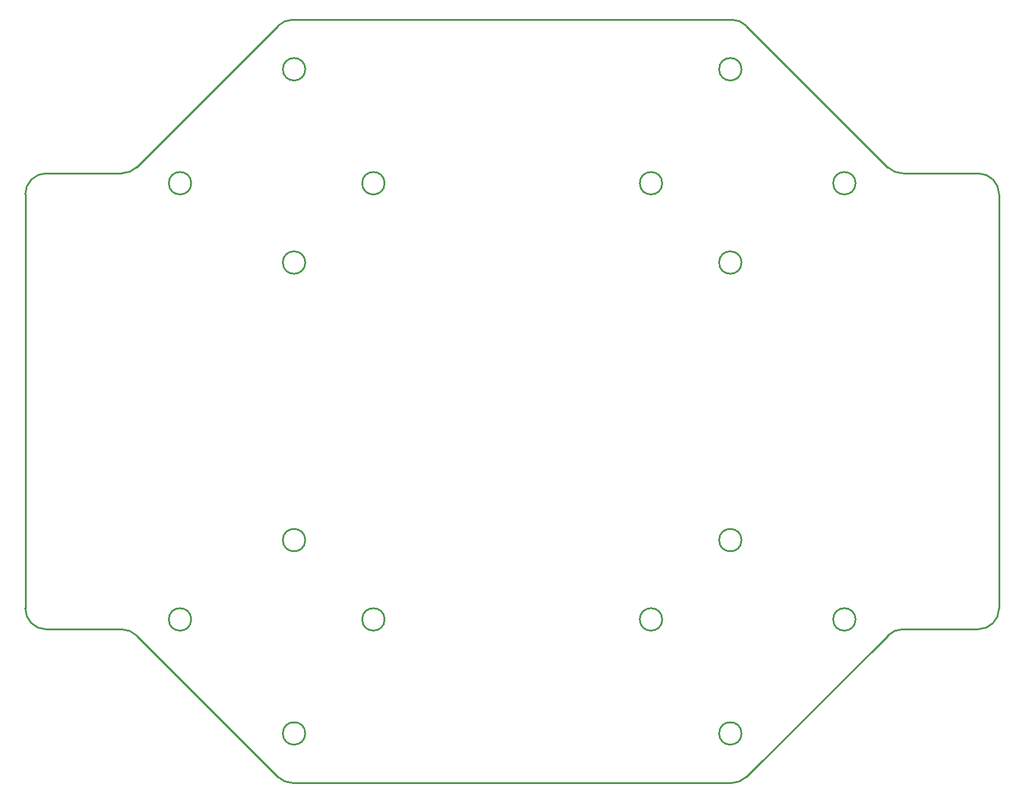
<source format=gbr>
%TF.GenerationSoftware,KiCad,Pcbnew,9.0.2*%
%TF.CreationDate,2025-07-11T17:47:35+09:00*%
%TF.ProjectId,Drone_FC_V1.0,44726f6e-655f-4464-935f-56312e302e6b,rev?*%
%TF.SameCoordinates,Original*%
%TF.FileFunction,Profile,NP*%
%FSLAX46Y46*%
G04 Gerber Fmt 4.6, Leading zero omitted, Abs format (unit mm)*
G04 Created by KiCad (PCBNEW 9.0.2) date 2025-07-11 17:47:35*
%MOMM*%
%LPD*%
G01*
G04 APERTURE LIST*
%TA.AperFunction,Profile*%
%ADD10C,0.250000*%
%TD*%
G04 APERTURE END LIST*
D10*
X104654215Y-61900390D02*
G75*
G02*
X101454215Y-61900390I-1600000J0D01*
G01*
X101454215Y-61900390D02*
G75*
G02*
X104654215Y-61900390I1600000J0D01*
G01*
X181714669Y-38565866D02*
G75*
G02*
X183835948Y-39444559I-69J-3000034D01*
G01*
X199406523Y-124125786D02*
G75*
G02*
X196206523Y-124125786I-1600000J0D01*
G01*
X196206523Y-124125786D02*
G75*
G02*
X199406523Y-124125786I1600000J0D01*
G01*
X206120369Y-60486176D02*
G75*
G02*
X203989515Y-59598088I31J3000476D01*
G01*
X117024787Y-39444536D02*
G75*
G02*
X119146089Y-38565845I2121313J-2121264D01*
G01*
X203989509Y-59598094D02*
X183835961Y-39444546D01*
X132231379Y-124125786D02*
G75*
G02*
X129031379Y-124125786I-1600000J0D01*
G01*
X129031379Y-124125786D02*
G75*
G02*
X132231379Y-124125786I1600000J0D01*
G01*
X117024772Y-146581625D02*
X96861824Y-126418677D01*
X94740509Y-125540000D02*
G75*
G02*
X96861821Y-126418680I-9J-3000000D01*
G01*
X171829359Y-124125786D02*
G75*
G02*
X168629359Y-124125786I-1600000J0D01*
G01*
X168629359Y-124125786D02*
G75*
G02*
X171829359Y-124125786I1600000J0D01*
G01*
X183835986Y-146581605D02*
G75*
G02*
X181705404Y-147460275I-2121486J2121705D01*
G01*
X120917671Y-112812078D02*
G75*
G02*
X117717671Y-112812078I-1600000J0D01*
G01*
X117717671Y-112812078D02*
G75*
G02*
X120917671Y-112812078I1600000J0D01*
G01*
X183143067Y-73214098D02*
G75*
G02*
X179943067Y-73214098I-1600000J0D01*
G01*
X179943067Y-73214098D02*
G75*
G02*
X183143067Y-73214098I1600000J0D01*
G01*
X94740509Y-60486176D02*
X83983148Y-60486176D01*
X219877581Y-63486188D02*
X219877591Y-122539988D01*
X120917671Y-45636934D02*
G75*
G02*
X117717671Y-45636934I-1600000J0D01*
G01*
X117717671Y-45636934D02*
G75*
G02*
X120917671Y-45636934I1600000J0D01*
G01*
X183143067Y-112812078D02*
G75*
G02*
X179943067Y-112812078I-1600000J0D01*
G01*
X179943067Y-112812078D02*
G75*
G02*
X183143067Y-112812078I1600000J0D01*
G01*
X120917671Y-73214098D02*
G75*
G02*
X117717671Y-73214098I-1600000J0D01*
G01*
X117717671Y-73214098D02*
G75*
G02*
X120917671Y-73214098I1600000J0D01*
G01*
X183143067Y-45636934D02*
G75*
G02*
X179943067Y-45636934I-1600000J0D01*
G01*
X179943067Y-45636934D02*
G75*
G02*
X183143067Y-45636934I1600000J0D01*
G01*
X203998986Y-126418605D02*
X183835986Y-146581605D01*
X171829359Y-61900390D02*
G75*
G02*
X168629359Y-61900390I-1600000J0D01*
G01*
X168629359Y-61900390D02*
G75*
G02*
X171829359Y-61900390I1600000J0D01*
G01*
X219877591Y-122539988D02*
G75*
G02*
X216870221Y-125539982I-2999991J-12D01*
G01*
X181705404Y-147460310D02*
X119146099Y-147460310D01*
X199406523Y-61900390D02*
G75*
G02*
X196206523Y-61900390I-1600000J0D01*
G01*
X196206523Y-61900390D02*
G75*
G02*
X199406523Y-61900390I1600000J0D01*
G01*
X80983147Y-63486177D02*
G75*
G02*
X83983148Y-60486247I2999953J-23D01*
G01*
X216870221Y-125540000D02*
X206109778Y-125540000D01*
X104654215Y-124125786D02*
G75*
G02*
X101454215Y-124125786I-1600000J0D01*
G01*
X101454215Y-124125786D02*
G75*
G02*
X104654215Y-124125786I1600000J0D01*
G01*
X206120369Y-60486176D02*
X216877569Y-60486176D01*
X120917671Y-140389242D02*
G75*
G02*
X117717671Y-140389242I-1600000J0D01*
G01*
X117717671Y-140389242D02*
G75*
G02*
X120917671Y-140389242I1600000J0D01*
G01*
X80983147Y-63486177D02*
X80983147Y-122539999D01*
X83983148Y-125540000D02*
G75*
G02*
X80983100Y-122539999I-48J3000000D01*
G01*
X203998986Y-126418605D02*
G75*
G02*
X206109778Y-125540023I2121114J-2121095D01*
G01*
X219877581Y-63486188D02*
X219877591Y-63486188D01*
X183143067Y-140389242D02*
G75*
G02*
X179943067Y-140389242I-1600000J0D01*
G01*
X179943067Y-140389242D02*
G75*
G02*
X183143067Y-140389242I1600000J0D01*
G01*
X119146099Y-147460310D02*
G75*
G02*
X117024771Y-146581626I1J3000010D01*
G01*
X216877569Y-60486176D02*
G75*
G02*
X219877624Y-63486188I31J-3000024D01*
G01*
X117024787Y-39444536D02*
X96861824Y-59607499D01*
X83983148Y-125540000D02*
X94740509Y-125540000D01*
X119146089Y-38565866D02*
X181714669Y-38565866D01*
X96861824Y-59607499D02*
G75*
G02*
X94740509Y-60486187I-2121324J2121299D01*
G01*
X132231379Y-61900390D02*
G75*
G02*
X129031379Y-61900390I-1600000J0D01*
G01*
X129031379Y-61900390D02*
G75*
G02*
X132231379Y-61900390I1600000J0D01*
G01*
M02*

</source>
